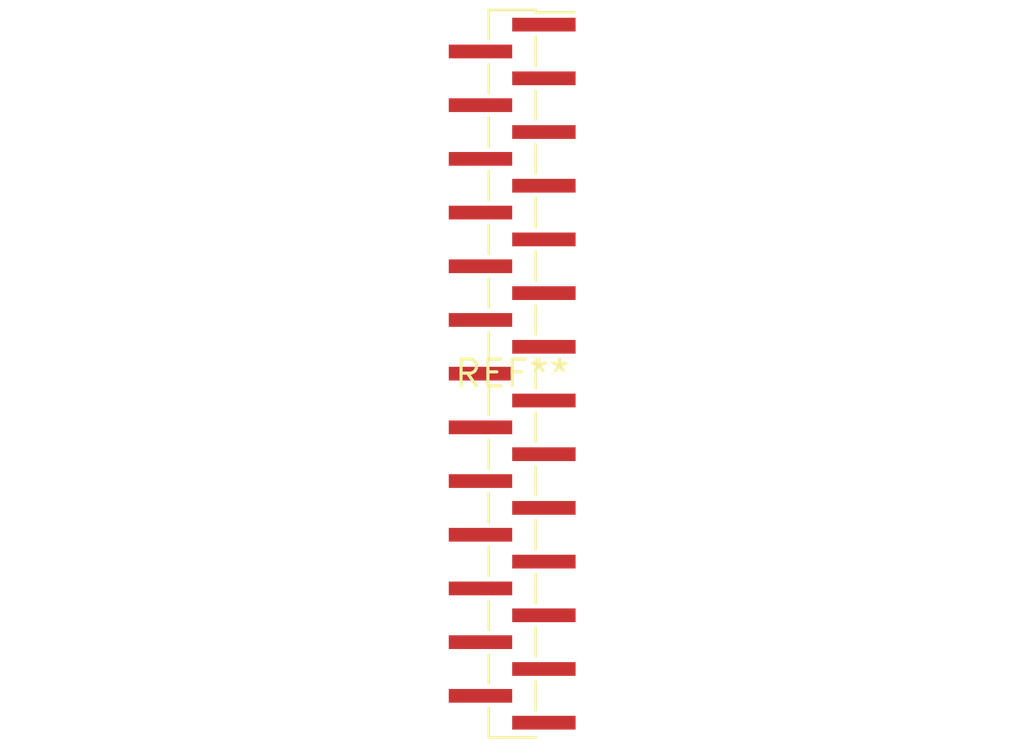
<source format=kicad_pcb>
(kicad_pcb (version 20240108) (generator pcbnew)
  (layers (0 "F.Cu" signal) (31 "B.Cu" signal) (34 "B.Paste" user) (35 "F.Paste" user) (36 "B.SilkS" user "B.Silkscreen") (37 "F.SilkS" user "F.Silkscreen") (38 "B.Mask" user) (39 "F.Mask" user) (44 "Edge.Cuts" user))
  (net 0 "")
  (footprint "PinHeader_1x27_P1.27mm_Vertical_SMD_Pin1Right" (layer "F.Cu") (at 0 0)
    (property "Reference" "REF**")
    (property "Value" "PinHeader_1x27_P1.27mm_Vertical_SMD_Pin1Right")
    (fp_line (start -1.11 -17.205) (end 1.11 -17.205) (layer "F.SilkS") (stroke (width 0.12)))
    (fp_line (start -1.11 -17.195) (end -1.11 -15.825) (layer "F.SilkS") (stroke (width 0.12)))
    (fp_line (start -1.11 -14.655) (end -1.11 -13.285) (layer "F.SilkS") (stroke (width 0.12)))
    (fp_line (start -1.11 -12.115) (end -1.11 -10.745) (layer "F.SilkS") (stroke (width 0.12)))
    (fp_line (start -1.11 -9.575) (end -1.11 -8.205) (layer "F.SilkS") (stroke (width 0.12)))
    (fp_line (start -1.11 -7.035) (end -1.11 -5.665) (layer "F.SilkS") (stroke (width 0.12)))
    (fp_line (start -1.11 -4.495) (end -1.11 -3.125) (layer "F.SilkS") (stroke (width 0.12)))
    (fp_line (start -1.11 -1.955) (end -1.11 -0.585) (layer "F.SilkS") (stroke (width 0.12)))
    (fp_line (start -1.11 0.585) (end -1.11 1.955) (layer "F.SilkS") (stroke (width 0.12)))
    (fp_line (start -1.11 3.125) (end -1.11 4.495) (layer "F.SilkS") (stroke (width 0.12)))
    (fp_line (start -1.11 5.665) (end -1.11 7.035) (layer "F.SilkS") (stroke (width 0.12)))
    (fp_line (start -1.11 8.205) (end -1.11 9.575) (layer "F.SilkS") (stroke (width 0.12)))
    (fp_line (start -1.11 10.745) (end -1.11 12.115) (layer "F.SilkS") (stroke (width 0.12)))
    (fp_line (start -1.11 13.285) (end -1.11 14.655) (layer "F.SilkS") (stroke (width 0.12)))
    (fp_line (start -1.11 15.825) (end -1.11 17.195) (layer "F.SilkS") (stroke (width 0.12)))
    (fp_line (start -1.11 17.095) (end -1.11 17.205) (layer "F.SilkS") (stroke (width 0.12)))
    (fp_line (start -1.11 17.205) (end 1.11 17.205) (layer "F.SilkS") (stroke (width 0.12)))
    (fp_line (start 1.11 -17.205) (end 1.11 -17.095) (layer "F.SilkS") (stroke (width 0.12)))
    (fp_line (start 1.11 -17.095) (end 2.94 -17.095) (layer "F.SilkS") (stroke (width 0.12)))
    (fp_line (start 1.11 -15.925) (end 1.11 -14.555) (layer "F.SilkS") (stroke (width 0.12)))
    (fp_line (start 1.11 -13.385) (end 1.11 -12.015) (layer "F.SilkS") (stroke (width 0.12)))
    (fp_line (start 1.11 -10.845) (end 1.11 -9.475) (layer "F.SilkS") (stroke (width 0.12)))
    (fp_line (start 1.11 -8.305) (end 1.11 -6.935) (layer "F.SilkS") (stroke (width 0.12)))
    (fp_line (start 1.11 -5.765) (end 1.11 -4.395) (layer "F.SilkS") (stroke (width 0.12)))
    (fp_line (start 1.11 -3.225) (end 1.11 -1.855) (layer "F.SilkS") (stroke (width 0.12)))
    (fp_line (start 1.11 -0.685) (end 1.11 0.685) (layer "F.SilkS") (stroke (width 0.12)))
    (fp_line (start 1.11 1.855) (end 1.11 3.225) (layer "F.SilkS") (stroke (width 0.12)))
    (fp_line (start 1.11 4.395) (end 1.11 5.765) (layer "F.SilkS") (stroke (width 0.12)))
    (fp_line (start 1.11 6.935) (end 1.11 8.305) (layer "F.SilkS") (stroke (width 0.12)))
    (fp_line (start 1.11 9.475) (end 1.11 10.845) (layer "F.SilkS") (stroke (width 0.12)))
    (fp_line (start 1.11 12.015) (end 1.11 13.385) (layer "F.SilkS") (stroke (width 0.12)))
    (fp_line (start 1.11 14.555) (end 1.11 15.925) (layer "F.SilkS") (stroke (width 0.12)))
    (pad "1" smd rect (at 1.5 -16.51) (size 3 0.65) (layers "F.Cu" "F.Paste" "F.Mask"))
    (pad "2" smd rect (at -1.5 -15.24) (size 3 0.65) (layers "F.Cu" "F.Paste" "F.Mask"))
    (pad "3" smd rect (at 1.5 -13.97) (size 3 0.65) (layers "F.Cu" "F.Paste" "F.Mask"))
    (pad "4" smd rect (at -1.5 -12.7) (size 3 0.65) (layers "F.Cu" "F.Paste" "F.Mask"))
    (pad "5" smd rect (at 1.5 -11.43) (size 3 0.65) (layers "F.Cu" "F.Paste" "F.Mask"))
    (pad "6" smd rect (at -1.5 -10.16) (size 3 0.65) (layers "F.Cu" "F.Paste" "F.Mask"))
    (pad "7" smd rect (at 1.5 -8.89) (size 3 0.65) (layers "F.Cu" "F.Paste" "F.Mask"))
    (pad "8" smd rect (at -1.5 -7.62) (size 3 0.65) (layers "F.Cu" "F.Paste" "F.Mask"))
    (pad "9" smd rect (at 1.5 -6.35) (size 3 0.65) (layers "F.Cu" "F.Paste" "F.Mask"))
    (pad "10" smd rect (at -1.5 -5.08) (size 3 0.65) (layers "F.Cu" "F.Paste" "F.Mask"))
    (pad "11" smd rect (at 1.5 -3.81) (size 3 0.65) (layers "F.Cu" "F.Paste" "F.Mask"))
    (pad "12" smd rect (at -1.5 -2.54) (size 3 0.65) (layers "F.Cu" "F.Paste" "F.Mask"))
    (pad "13" smd rect (at 1.5 -1.27) (size 3 0.65) (layers "F.Cu" "F.Paste" "F.Mask"))
    (pad "14" smd rect (at -1.5 0) (size 3 0.65) (layers "F.Cu" "F.Paste" "F.Mask"))
    (pad "15" smd rect (at 1.5 1.27) (size 3 0.65) (layers "F.Cu" "F.Paste" "F.Mask"))
    (pad "16" smd rect (at -1.5 2.54) (size 3 0.65) (layers "F.Cu" "F.Paste" "F.Mask"))
    (pad "17" smd rect (at 1.5 3.81) (size 3 0.65) (layers "F.Cu" "F.Paste" "F.Mask"))
    (pad "18" smd rect (at -1.5 5.08) (size 3 0.65) (layers "F.Cu" "F.Paste" "F.Mask"))
    (pad "19" smd rect (at 1.5 6.35) (size 3 0.65) (layers "F.Cu" "F.Paste" "F.Mask"))
    (pad "20" smd rect (at -1.5 7.62) (size 3 0.65) (layers "F.Cu" "F.Paste" "F.Mask"))
    (pad "21" smd rect (at 1.5 8.89) (size 3 0.65) (layers "F.Cu" "F.Paste" "F.Mask"))
    (pad "22" smd rect (at -1.5 10.16) (size 3 0.65) (layers "F.Cu" "F.Paste" "F.Mask"))
    (pad "23" smd rect (at 1.5 11.43) (size 3 0.65) (layers "F.Cu" "F.Paste" "F.Mask"))
    (pad "24" smd rect (at -1.5 12.7) (size 3 0.65) (layers "F.Cu" "F.Paste" "F.Mask"))
    (pad "25" smd rect (at 1.5 13.97) (size 3 0.65) (layers "F.Cu" "F.Paste" "F.Mask"))
    (pad "26" smd rect (at -1.5 15.24) (size 3 0.65) (layers "F.Cu" "F.Paste" "F.Mask"))
    (pad "27" smd rect (at 1.5 16.51) (size 3 0.65) (layers "F.Cu" "F.Paste" "F.Mask"))
  )
)
</source>
